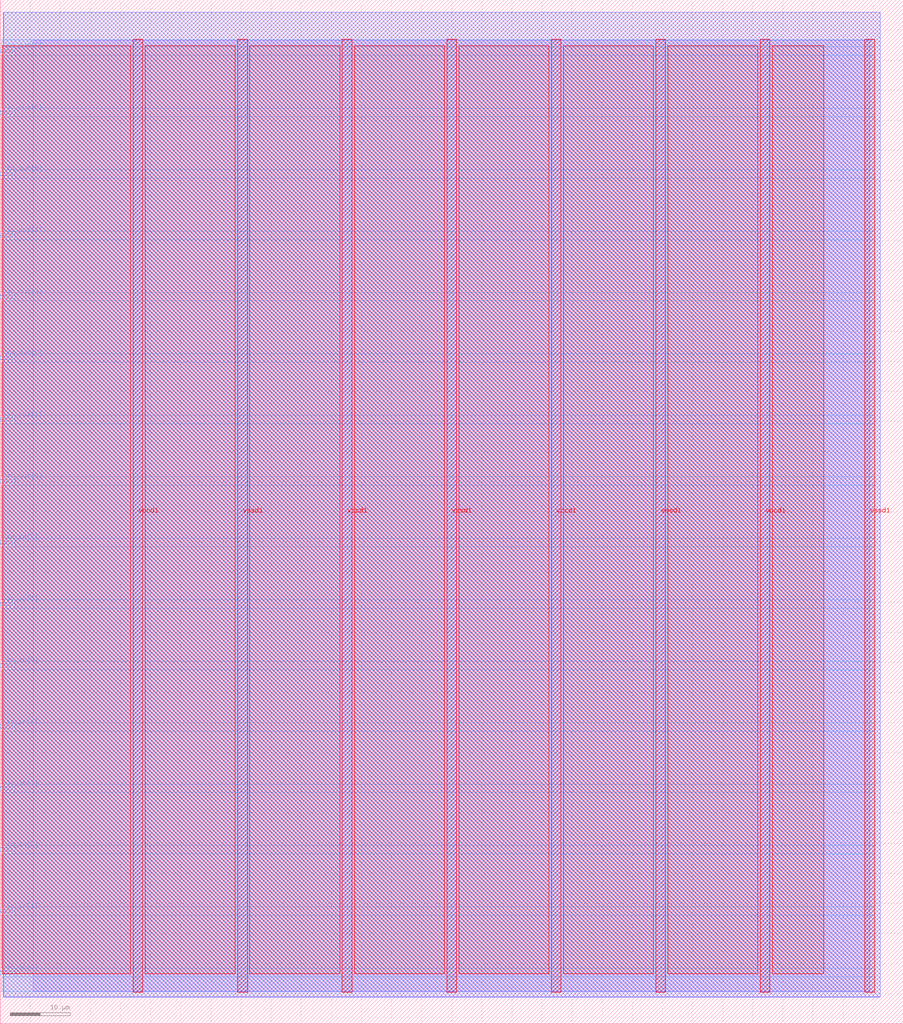
<source format=lef>
VERSION 5.7 ;
  NOWIREEXTENSIONATPIN ON ;
  DIVIDERCHAR "/" ;
  BUSBITCHARS "[]" ;
MACRO MichaelBell_6bit_fifo
  CLASS BLOCK ;
  FOREIGN MichaelBell_6bit_fifo ;
  ORIGIN 0.000 0.000 ;
  SIZE 150.000 BY 170.000 ;
  PIN io_in[0]
    DIRECTION INPUT ;
    USE SIGNAL ;
    PORT
      LAYER met3 ;
        RECT 0.000 8.200 2.000 8.800 ;
    END
  END io_in[0]
  PIN io_in[1]
    DIRECTION INPUT ;
    USE SIGNAL ;
    PORT
      LAYER met3 ;
        RECT 0.000 18.400 2.000 19.000 ;
    END
  END io_in[1]
  PIN io_in[2]
    DIRECTION INPUT ;
    USE SIGNAL ;
    PORT
      LAYER met3 ;
        RECT 0.000 28.600 2.000 29.200 ;
    END
  END io_in[2]
  PIN io_in[3]
    DIRECTION INPUT ;
    USE SIGNAL ;
    PORT
      LAYER met3 ;
        RECT 0.000 38.800 2.000 39.400 ;
    END
  END io_in[3]
  PIN io_in[4]
    DIRECTION INPUT ;
    USE SIGNAL ;
    PORT
      LAYER met3 ;
        RECT 0.000 49.000 2.000 49.600 ;
    END
  END io_in[4]
  PIN io_in[5]
    DIRECTION INPUT ;
    USE SIGNAL ;
    PORT
      LAYER met3 ;
        RECT 0.000 59.200 2.000 59.800 ;
    END
  END io_in[5]
  PIN io_in[6]
    DIRECTION INPUT ;
    USE SIGNAL ;
    PORT
      LAYER met3 ;
        RECT 0.000 69.400 2.000 70.000 ;
    END
  END io_in[6]
  PIN io_in[7]
    DIRECTION INPUT ;
    USE SIGNAL ;
    PORT
      LAYER met3 ;
        RECT 0.000 79.600 2.000 80.200 ;
    END
  END io_in[7]
  PIN io_out[0]
    DIRECTION OUTPUT TRISTATE ;
    USE SIGNAL ;
    PORT
      LAYER met3 ;
        RECT 0.000 89.800 2.000 90.400 ;
    END
  END io_out[0]
  PIN io_out[1]
    DIRECTION OUTPUT TRISTATE ;
    USE SIGNAL ;
    PORT
      LAYER met3 ;
        RECT 0.000 100.000 2.000 100.600 ;
    END
  END io_out[1]
  PIN io_out[2]
    DIRECTION OUTPUT TRISTATE ;
    USE SIGNAL ;
    PORT
      LAYER met3 ;
        RECT 0.000 110.200 2.000 110.800 ;
    END
  END io_out[2]
  PIN io_out[3]
    DIRECTION OUTPUT TRISTATE ;
    USE SIGNAL ;
    PORT
      LAYER met3 ;
        RECT 0.000 120.400 2.000 121.000 ;
    END
  END io_out[3]
  PIN io_out[4]
    DIRECTION OUTPUT TRISTATE ;
    USE SIGNAL ;
    PORT
      LAYER met3 ;
        RECT 0.000 130.600 2.000 131.200 ;
    END
  END io_out[4]
  PIN io_out[5]
    DIRECTION OUTPUT TRISTATE ;
    USE SIGNAL ;
    PORT
      LAYER met3 ;
        RECT 0.000 140.800 2.000 141.400 ;
    END
  END io_out[5]
  PIN io_out[6]
    DIRECTION OUTPUT TRISTATE ;
    USE SIGNAL ;
    PORT
      LAYER met3 ;
        RECT 0.000 151.000 2.000 151.600 ;
    END
  END io_out[6]
  PIN io_out[7]
    DIRECTION OUTPUT TRISTATE ;
    USE SIGNAL ;
    PORT
      LAYER met3 ;
        RECT 0.000 161.200 2.000 161.800 ;
    END
  END io_out[7]
  PIN vccd1
    DIRECTION INOUT ;
    USE POWER ;
    PORT
      LAYER met4 ;
        RECT 22.085 5.200 23.685 163.440 ;
    END
    PORT
      LAYER met4 ;
        RECT 56.815 5.200 58.415 163.440 ;
    END
    PORT
      LAYER met4 ;
        RECT 91.545 5.200 93.145 163.440 ;
    END
    PORT
      LAYER met4 ;
        RECT 126.275 5.200 127.875 163.440 ;
    END
  END vccd1
  PIN vssd1
    DIRECTION INOUT ;
    USE GROUND ;
    PORT
      LAYER met4 ;
        RECT 39.450 5.200 41.050 163.440 ;
    END
    PORT
      LAYER met4 ;
        RECT 74.180 5.200 75.780 163.440 ;
    END
    PORT
      LAYER met4 ;
        RECT 108.910 5.200 110.510 163.440 ;
    END
    PORT
      LAYER met4 ;
        RECT 143.640 5.200 145.240 163.440 ;
    END
  END vssd1
  OBS
      LAYER li1 ;
        RECT 5.520 5.355 144.440 163.285 ;
      LAYER met1 ;
        RECT 0.530 4.460 146.210 167.920 ;
      LAYER met2 ;
        RECT 0.550 4.430 146.180 167.950 ;
      LAYER met3 ;
        RECT 0.270 162.200 145.230 163.365 ;
        RECT 2.400 160.800 145.230 162.200 ;
        RECT 0.270 152.000 145.230 160.800 ;
        RECT 2.400 150.600 145.230 152.000 ;
        RECT 0.270 141.800 145.230 150.600 ;
        RECT 2.400 140.400 145.230 141.800 ;
        RECT 0.270 131.600 145.230 140.400 ;
        RECT 2.400 130.200 145.230 131.600 ;
        RECT 0.270 121.400 145.230 130.200 ;
        RECT 2.400 120.000 145.230 121.400 ;
        RECT 0.270 111.200 145.230 120.000 ;
        RECT 2.400 109.800 145.230 111.200 ;
        RECT 0.270 101.000 145.230 109.800 ;
        RECT 2.400 99.600 145.230 101.000 ;
        RECT 0.270 90.800 145.230 99.600 ;
        RECT 2.400 89.400 145.230 90.800 ;
        RECT 0.270 80.600 145.230 89.400 ;
        RECT 2.400 79.200 145.230 80.600 ;
        RECT 0.270 70.400 145.230 79.200 ;
        RECT 2.400 69.000 145.230 70.400 ;
        RECT 0.270 60.200 145.230 69.000 ;
        RECT 2.400 58.800 145.230 60.200 ;
        RECT 0.270 50.000 145.230 58.800 ;
        RECT 2.400 48.600 145.230 50.000 ;
        RECT 0.270 39.800 145.230 48.600 ;
        RECT 2.400 38.400 145.230 39.800 ;
        RECT 0.270 29.600 145.230 38.400 ;
        RECT 2.400 28.200 145.230 29.600 ;
        RECT 0.270 19.400 145.230 28.200 ;
        RECT 2.400 18.000 145.230 19.400 ;
        RECT 0.270 9.200 145.230 18.000 ;
        RECT 2.400 7.800 145.230 9.200 ;
        RECT 0.270 5.275 145.230 7.800 ;
      LAYER met4 ;
        RECT 0.295 8.335 21.685 162.345 ;
        RECT 24.085 8.335 39.050 162.345 ;
        RECT 41.450 8.335 56.415 162.345 ;
        RECT 58.815 8.335 73.780 162.345 ;
        RECT 76.180 8.335 91.145 162.345 ;
        RECT 93.545 8.335 108.510 162.345 ;
        RECT 110.910 8.335 125.875 162.345 ;
        RECT 128.275 8.335 136.785 162.345 ;
  END
END MichaelBell_6bit_fifo
END LIBRARY


</source>
